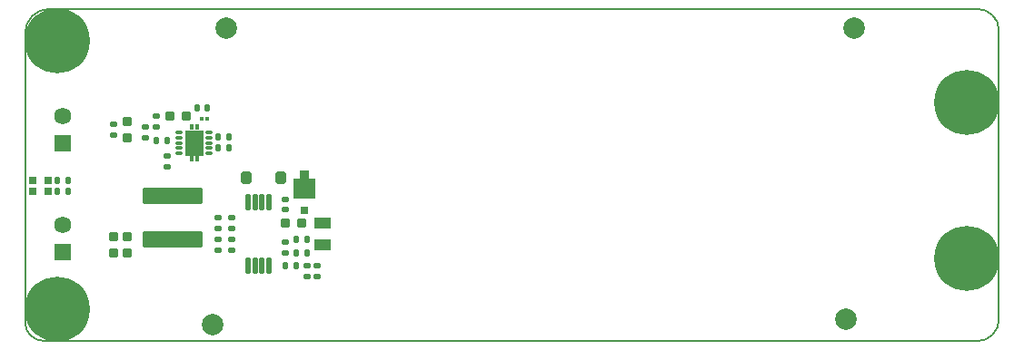
<source format=gbs>
G04*
G04 #@! TF.GenerationSoftware,Altium Limited,Altium Designer,23.0.1 (38)*
G04*
G04 Layer_Color=16711935*
%FSLAX25Y25*%
%MOIN*%
G70*
G04*
G04 #@! TF.SameCoordinates,B4ED9068-0949-4354-B78F-C4858C2F04AE*
G04*
G04*
G04 #@! TF.FilePolarity,Negative*
G04*
G01*
G75*
%ADD13C,0.00500*%
%ADD16C,0.06237*%
%ADD17R,0.06237X0.06237*%
%ADD18C,0.23922*%
G04:AMPARAMS|DCode=53|XSize=62.06mil|YSize=38.43mil|CornerRadius=3.27mil|HoleSize=0mil|Usage=FLASHONLY|Rotation=0.000|XOffset=0mil|YOffset=0mil|HoleType=Round|Shape=RoundedRectangle|*
%AMROUNDEDRECTD53*
21,1,0.06206,0.03189,0,0,0.0*
21,1,0.05551,0.03843,0,0,0.0*
1,1,0.00654,0.02776,-0.01595*
1,1,0.00654,-0.02776,-0.01595*
1,1,0.00654,-0.02776,0.01595*
1,1,0.00654,0.02776,0.01595*
%
%ADD53ROUNDEDRECTD53*%
G04:AMPARAMS|DCode=54|XSize=26.38mil|YSize=20.47mil|CornerRadius=5.81mil|HoleSize=0mil|Usage=FLASHONLY|Rotation=180.000|XOffset=0mil|YOffset=0mil|HoleType=Round|Shape=RoundedRectangle|*
%AMROUNDEDRECTD54*
21,1,0.02638,0.00886,0,0,180.0*
21,1,0.01476,0.02047,0,0,180.0*
1,1,0.01161,-0.00738,0.00443*
1,1,0.01161,0.00738,0.00443*
1,1,0.01161,0.00738,-0.00443*
1,1,0.01161,-0.00738,-0.00443*
%
%ADD54ROUNDEDRECTD54*%
%ADD55C,0.07874*%
G04:AMPARAMS|DCode=56|XSize=59.3mil|YSize=219.54mil|CornerRadius=7.13mil|HoleSize=0mil|Usage=FLASHONLY|Rotation=90.000|XOffset=0mil|YOffset=0mil|HoleType=Round|Shape=RoundedRectangle|*
%AMROUNDEDRECTD56*
21,1,0.05930,0.20528,0,0,90.0*
21,1,0.04504,0.21954,0,0,90.0*
1,1,0.01426,0.10264,0.02252*
1,1,0.01426,0.10264,-0.02252*
1,1,0.01426,-0.10264,-0.02252*
1,1,0.01426,-0.10264,0.02252*
%
%ADD56ROUNDEDRECTD56*%
G04:AMPARAMS|DCode=57|XSize=26.38mil|YSize=22.44mil|CornerRadius=6.3mil|HoleSize=0mil|Usage=FLASHONLY|Rotation=180.000|XOffset=0mil|YOffset=0mil|HoleType=Round|Shape=RoundedRectangle|*
%AMROUNDEDRECTD57*
21,1,0.02638,0.00984,0,0,180.0*
21,1,0.01378,0.02244,0,0,180.0*
1,1,0.01260,-0.00689,0.00492*
1,1,0.01260,0.00689,0.00492*
1,1,0.01260,0.00689,-0.00492*
1,1,0.01260,-0.00689,-0.00492*
%
%ADD57ROUNDEDRECTD57*%
%ADD58R,0.03746X0.03353*%
%ADD59R,0.02565X0.03156*%
%ADD60R,0.08432X0.07487*%
G04:AMPARAMS|DCode=61|XSize=26.38mil|YSize=20.47mil|CornerRadius=5.81mil|HoleSize=0mil|Usage=FLASHONLY|Rotation=90.000|XOffset=0mil|YOffset=0mil|HoleType=Round|Shape=RoundedRectangle|*
%AMROUNDEDRECTD61*
21,1,0.02638,0.00886,0,0,90.0*
21,1,0.01476,0.02047,0,0,90.0*
1,1,0.01161,0.00443,0.00738*
1,1,0.01161,0.00443,-0.00738*
1,1,0.01161,-0.00443,-0.00738*
1,1,0.01161,-0.00443,0.00738*
%
%ADD61ROUNDEDRECTD61*%
G04:AMPARAMS|DCode=62|XSize=26.38mil|YSize=22.44mil|CornerRadius=6.3mil|HoleSize=0mil|Usage=FLASHONLY|Rotation=90.000|XOffset=0mil|YOffset=0mil|HoleType=Round|Shape=RoundedRectangle|*
%AMROUNDEDRECTD62*
21,1,0.02638,0.00984,0,0,90.0*
21,1,0.01378,0.02244,0,0,90.0*
1,1,0.01260,0.00492,0.00689*
1,1,0.01260,0.00492,-0.00689*
1,1,0.01260,-0.00492,-0.00689*
1,1,0.01260,-0.00492,0.00689*
%
%ADD62ROUNDEDRECTD62*%
G04:AMPARAMS|DCode=63|XSize=45.52mil|YSize=39.22mil|CornerRadius=10.56mil|HoleSize=0mil|Usage=FLASHONLY|Rotation=90.000|XOffset=0mil|YOffset=0mil|HoleType=Round|Shape=RoundedRectangle|*
%AMROUNDEDRECTD63*
21,1,0.04552,0.01811,0,0,90.0*
21,1,0.02441,0.03922,0,0,90.0*
1,1,0.02111,0.00906,0.01221*
1,1,0.02111,0.00906,-0.01221*
1,1,0.02111,-0.00906,-0.01221*
1,1,0.02111,-0.00906,0.01221*
%
%ADD63ROUNDEDRECTD63*%
G04:AMPARAMS|DCode=64|XSize=60.07mil|YSize=19.72mil|CornerRadius=5.43mil|HoleSize=0mil|Usage=FLASHONLY|Rotation=270.000|XOffset=0mil|YOffset=0mil|HoleType=Round|Shape=RoundedRectangle|*
%AMROUNDEDRECTD64*
21,1,0.06007,0.00886,0,0,270.0*
21,1,0.04921,0.01972,0,0,270.0*
1,1,0.01086,-0.00443,-0.02461*
1,1,0.01086,-0.00443,0.02461*
1,1,0.01086,0.00443,0.02461*
1,1,0.01086,0.00443,-0.02461*
%
%ADD64ROUNDEDRECTD64*%
G04:AMPARAMS|DCode=65|XSize=35.43mil|YSize=30.32mil|CornerRadius=4.13mil|HoleSize=0mil|Usage=FLASHONLY|Rotation=90.000|XOffset=0mil|YOffset=0mil|HoleType=Round|Shape=RoundedRectangle|*
%AMROUNDEDRECTD65*
21,1,0.03543,0.02205,0,0,90.0*
21,1,0.02717,0.03032,0,0,90.0*
1,1,0.00827,0.01102,0.01358*
1,1,0.00827,0.01102,-0.01358*
1,1,0.00827,-0.01102,-0.01358*
1,1,0.00827,-0.01102,0.01358*
%
%ADD65ROUNDEDRECTD65*%
G04:AMPARAMS|DCode=66|XSize=35.43mil|YSize=30.32mil|CornerRadius=4.13mil|HoleSize=0mil|Usage=FLASHONLY|Rotation=180.000|XOffset=0mil|YOffset=0mil|HoleType=Round|Shape=RoundedRectangle|*
%AMROUNDEDRECTD66*
21,1,0.03543,0.02205,0,0,180.0*
21,1,0.02717,0.03032,0,0,180.0*
1,1,0.00827,-0.01358,0.01102*
1,1,0.00827,0.01358,0.01102*
1,1,0.00827,0.01358,-0.01102*
1,1,0.00827,-0.01358,-0.01102*
%
%ADD66ROUNDEDRECTD66*%
G04:AMPARAMS|DCode=67|XSize=21.69mil|YSize=11.84mil|CornerRadius=0mil|HoleSize=0mil|Usage=FLASHONLY|Rotation=90.000|XOffset=0mil|YOffset=0mil|HoleType=Round|Shape=RoundedRectangle|*
%AMROUNDEDRECTD67*
21,1,0.02169,0.01184,0,0,90.0*
21,1,0.02169,0.01184,0,0,90.0*
1,1,0.00000,0.00592,0.01085*
1,1,0.00000,0.00592,-0.01085*
1,1,0.00000,-0.00592,-0.01085*
1,1,0.00000,-0.00592,0.01085*
%
%ADD67ROUNDEDRECTD67*%
G04:AMPARAMS|DCode=68|XSize=96.49mil|YSize=66.96mil|CornerRadius=2.62mil|HoleSize=0mil|Usage=FLASHONLY|Rotation=90.000|XOffset=0mil|YOffset=0mil|HoleType=Round|Shape=RoundedRectangle|*
%AMROUNDEDRECTD68*
21,1,0.09649,0.06171,0,0,90.0*
21,1,0.09124,0.06696,0,0,90.0*
1,1,0.00525,0.03086,0.04562*
1,1,0.00525,0.03086,-0.04562*
1,1,0.00525,-0.03086,-0.04562*
1,1,0.00525,-0.03086,0.04562*
%
%ADD68ROUNDEDRECTD68*%
G04:AMPARAMS|DCode=69|XSize=25.62mil|YSize=11.84mil|CornerRadius=2.48mil|HoleSize=0mil|Usage=FLASHONLY|Rotation=180.000|XOffset=0mil|YOffset=0mil|HoleType=Round|Shape=RoundedRectangle|*
%AMROUNDEDRECTD69*
21,1,0.02562,0.00689,0,0,180.0*
21,1,0.02067,0.01184,0,0,180.0*
1,1,0.00495,-0.01033,0.00344*
1,1,0.00495,0.01033,0.00344*
1,1,0.00495,0.01033,-0.00344*
1,1,0.00495,-0.01033,-0.00344*
%
%ADD69ROUNDEDRECTD69*%
G04:AMPARAMS|DCode=70|XSize=14.57mil|YSize=16.54mil|CornerRadius=4.33mil|HoleSize=0mil|Usage=FLASHONLY|Rotation=180.000|XOffset=0mil|YOffset=0mil|HoleType=Round|Shape=RoundedRectangle|*
%AMROUNDEDRECTD70*
21,1,0.01457,0.00787,0,0,180.0*
21,1,0.00591,0.01654,0,0,180.0*
1,1,0.00866,-0.00295,0.00394*
1,1,0.00866,0.00295,0.00394*
1,1,0.00866,0.00295,-0.00394*
1,1,0.00866,-0.00295,-0.00394*
%
%ADD70ROUNDEDRECTD70*%
%ADD71R,0.02662X0.03056*%
%ADD72C,0.00300*%
D13*
X1253987Y724592D02*
G03*
X1246113Y732466I-7874J0D01*
G01*
Y610419D02*
G03*
X1253987Y618293I0J7874D01*
G01*
X896703Y617309D02*
G03*
X903593Y610419I6890J0D01*
G01*
X905561Y732466D02*
G03*
X896703Y723608I0J-8858D01*
G01*
X1253987Y618293D02*
Y724592D01*
X905561Y732466D02*
X1246113D01*
X903593Y610419D02*
X1246113D01*
X896703Y617309D02*
Y723608D01*
D16*
X910483Y693096D02*
D03*
X910481Y652999D02*
D03*
D17*
X910483Y683253D02*
D03*
X910481Y643156D02*
D03*
D18*
X1242176Y698017D02*
D03*
Y640931D02*
D03*
X908514Y622230D02*
D03*
Y720655D02*
D03*
D53*
X1005955Y653726D02*
D03*
Y645852D02*
D03*
D54*
X940994Y685190D02*
D03*
Y689190D02*
D03*
X944932Y689128D02*
D03*
Y693128D02*
D03*
X967569Y651726D02*
D03*
Y655726D02*
D03*
Y643852D02*
D03*
Y647852D02*
D03*
X972491Y643852D02*
D03*
Y647852D02*
D03*
X1003987Y634010D02*
D03*
Y638010D02*
D03*
X1000050Y634010D02*
D03*
Y638010D02*
D03*
X948868Y674364D02*
D03*
Y678364D02*
D03*
D55*
X965601Y616324D02*
D03*
X970522Y725576D02*
D03*
X1197884Y618293D02*
D03*
X1200837Y725576D02*
D03*
D56*
X950837Y647742D02*
D03*
Y663647D02*
D03*
D57*
X972491Y655694D02*
D03*
Y651757D02*
D03*
X992176Y658647D02*
D03*
Y662584D02*
D03*
Y646836D02*
D03*
Y642899D02*
D03*
X929183Y686206D02*
D03*
Y690143D02*
D03*
D58*
X999065Y671541D02*
D03*
D59*
Y658450D02*
D03*
D60*
Y666521D02*
D03*
D61*
X996081Y647821D02*
D03*
X1000081D02*
D03*
X996081Y642899D02*
D03*
X1000081D02*
D03*
X944900Y684238D02*
D03*
X948900D02*
D03*
X971538Y685419D02*
D03*
X967538D02*
D03*
X971538Y681482D02*
D03*
X967538D02*
D03*
X912483Y669474D02*
D03*
X908483D02*
D03*
X912514Y665537D02*
D03*
X908514D02*
D03*
D62*
X996113Y637978D02*
D03*
X992176D02*
D03*
X963632Y696049D02*
D03*
X959695D02*
D03*
D63*
X990601Y670458D02*
D03*
X978003D02*
D03*
D64*
X978494Y638222D02*
D03*
X981054D02*
D03*
X983613D02*
D03*
X986172D02*
D03*
Y661356D02*
D03*
X983613D02*
D03*
X981054D02*
D03*
X978494D02*
D03*
D65*
X998081Y653726D02*
D03*
X992176D02*
D03*
X955758Y693096D02*
D03*
X949853D02*
D03*
D66*
X934105Y648805D02*
D03*
Y642899D02*
D03*
X929183Y648805D02*
D03*
Y642899D02*
D03*
X934105Y691128D02*
D03*
Y685222D02*
D03*
D67*
X957727Y677544D02*
D03*
X959695D02*
D03*
X957727Y688963D02*
D03*
X959695D02*
D03*
D68*
X958711Y683253D02*
D03*
D69*
X953199Y687190D02*
D03*
Y685222D02*
D03*
Y683253D02*
D03*
Y681285D02*
D03*
Y679317D02*
D03*
X964223D02*
D03*
Y681285D02*
D03*
Y683253D02*
D03*
Y685222D02*
D03*
Y687190D02*
D03*
D70*
X961467Y692112D02*
D03*
X963632D02*
D03*
D71*
X905167Y669277D02*
D03*
Y665341D02*
D03*
X899656D02*
D03*
Y669277D02*
D03*
D72*
X1221506Y621246D02*
D03*
X1221506Y717702D02*
D03*
X943947D02*
D03*
Y621246D02*
D03*
M02*

</source>
